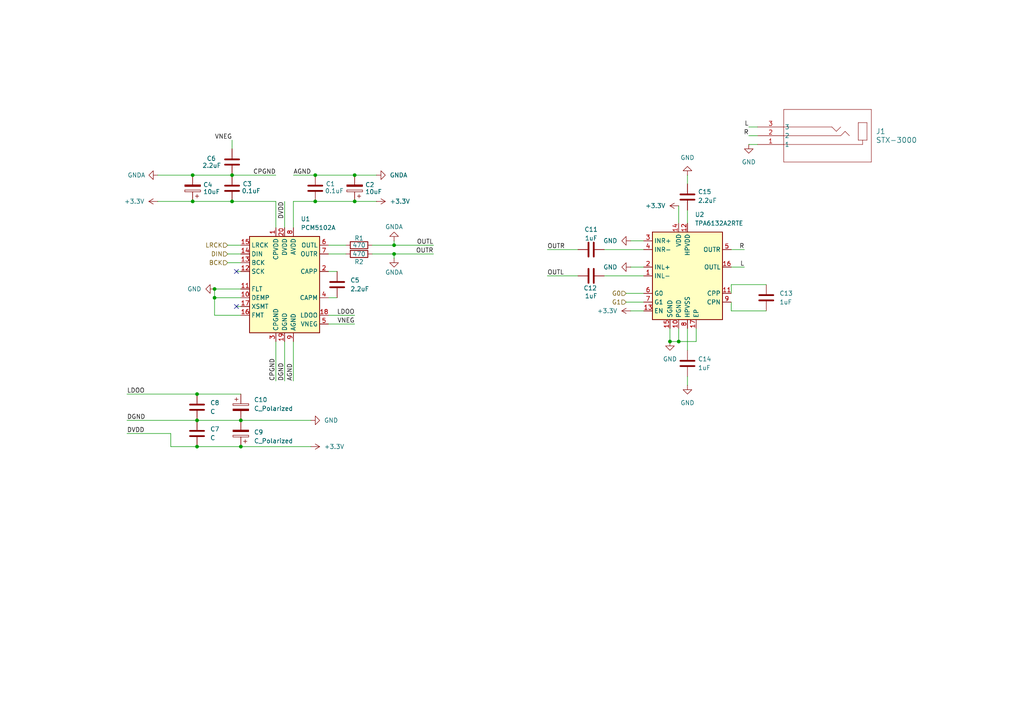
<source format=kicad_sch>
(kicad_sch (version 20250114) (generator "eeschema") (generator_version "9.0")
  (paper "A4")
  (lib_symbols
    (symbol "AUX_STX_3000:STX-3000" (pin_names (offset 0.254))
      (property "Reference" "J" (at -20.32 10.16 0))
      (property "Value" "STX-3000" (at -20.32 7.62 0))
      (symbol "STX-3000_0_1"
        (polyline (pts (xy -33.02 5.08) (xy -33.02 -10.16)) (stroke (width 0.127)))
        (polyline (pts (xy -33.02 -10.16) (xy -7.62 -10.16)) (stroke (width 0.127)))
        (polyline (pts (xy -31.75 -1.27) (xy -29.21 -1.27)) (stroke (width 0.127)))
        (polyline (pts (xy -31.75 -6.35) (xy -31.75 -1.27)) (stroke (width 0.127)))
        (polyline (pts (xy -30.48 0) (xy -30.48 -1.27)) (stroke (width 0.127)))
        (polyline (pts (xy -29.21 -1.27) (xy -29.21 -6.35)) (stroke (width 0.127)))
        (polyline (pts (xy -29.21 -6.35) (xy -31.75 -6.35)) (stroke (width 0.127)))
        (polyline (pts (xy -25.4 -3.81) (xy -26.67 -2.54)) (stroke (width 0.127)))
        (polyline (pts (xy -25.4 -3.81) (xy -24.13 -2.54)) (stroke (width 0.127)))
        (polyline (pts (xy -22.86 -3.81) (xy -24.13 -5.08)) (stroke (width 0.127)))
        (polyline (pts (xy -21.59 -5.08) (xy -22.86 -3.81)) (stroke (width 0.127)))
        (polyline (pts (xy -7.62 5.08) (xy -33.02 5.08)) (stroke (width 0.127)))
        (polyline (pts (xy -7.62 0) (xy -30.48 0)) (stroke (width 0.127)))
        (polyline (pts (xy -7.62 -2.54) (xy -24.13 -2.54)) (stroke (width 0.127)))
        (polyline (pts (xy -7.62 -5.08) (xy -21.59 -5.08)) (stroke (width 0.127)))
        (polyline (pts (xy -7.62 -10.16) (xy -7.62 5.08)) (stroke (width 0.127)))
        (pin unspecified line (at 0 0 180) (length 7.62) (name "1") (number "1"))
        (pin unspecified line (at 0 -2.54 180) (length 7.62) (name "2") (number "2"))
        (pin unspecified line (at 0 -5.08 180) (length 7.62) (name "3") (number "3"))
      )
    )
    (symbol "Amplifier_Audio:TPA6132A2RTE"
      (property "Reference" "U" (at -7.62 13.97 0))
      (property "Value" "TPA6132A2RTE" (at 8.89 13.97 0))
      (symbol "TPA6132A2RTE_0_1"
        (rectangle (start -10.16 12.7) (end 10.16 -12.7) (stroke (width 0.254)) (fill (type background)))
      )
      (symbol "TPA6132A2RTE_1_1"
        (pin input line (at -12.7 10.16 0) (length 2.54) (name "INR+") (number "3"))
        (pin input line (at -12.7 7.62 0) (length 2.54) (name "INR-") (number "4"))
        (pin input line (at -12.7 2.54 0) (length 2.54) (name "INL+") (number "2"))
        (pin input line (at -12.7 0 0) (length 2.54) (name "INL-") (number "1"))
        (pin input line (at -12.7 -5.08 0) (length 2.54) (name "G0") (number "6"))
        (pin input line (at -12.7 -7.62 0) (length 2.54) (name "G1") (number "7"))
        (pin input line (at -12.7 -10.16 0) (length 2.54) (name "EN") (number "13"))
        (pin power_in line (at -5.08 -15.24 90) (length 2.54) (name "SGND") (number "15"))
        (pin power_in line (at -2.54 15.24 270) (length 2.54) (name "VDD") (number "14"))
        (pin power_in line (at -2.54 -15.24 90) (length 2.54) (name "PGND") (number "10"))
        (pin power_in line (at 0 15.24 270) (length 2.54) (name "HPVDD") (number "12"))
        (pin power_in line (at 0 -15.24 90) (length 2.54) (name "HPVSS") (number "8"))
        (pin passive line (at 2.54 -15.24 90) (length 2.54) (name "EP") (number "17"))
        (pin output line (at 12.7 7.62 180) (length 2.54) (name "OUTR") (number "5"))
        (pin output line (at 12.7 2.54 180) (length 2.54) (name "OUTL") (number "16"))
        (pin passive line (at 12.7 -5.08 180) (length 2.54) (name "CPP") (number "11"))
        (pin passive line (at 12.7 -7.62 180) (length 2.54) (name "CPN") (number "9"))
      )
    )
    (symbol "Audio:PCM5102A"
      (property "Reference" "U" (at -10.16 13.97 0))
      (property "Value" "PCM5102A" (at 3.81 13.97 0))
      (symbol "PCM5102A_0_1"
        (rectangle (start -10.16 12.7) (end 10.16 -15.24) (stroke (width 0.254)) (fill (type background)))
      )
      (symbol "PCM5102A_1_1"
        (pin input line (at -12.7 10.16 0) (length 2.54) (name "LRCK") (number "15"))
        (pin input line (at -12.7 7.62 0) (length 2.54) (name "DIN") (number "14"))
        (pin input line (at -12.7 5.08 0) (length 2.54) (name "BCK") (number "13"))
        (pin input line (at -12.7 2.54 0) (length 2.54) (name "SCK") (number "12"))
        (pin input line (at -12.7 -2.54 0) (length 2.54) (name "FLT") (number "11"))
        (pin input line (at -12.7 -5.08 0) (length 2.54) (name "DEMP") (number "10"))
        (pin input line (at -12.7 -7.62 0) (length 2.54) (name "XSMT") (number "17"))
        (pin input line (at -12.7 -10.16 0) (length 2.54) (name "FMT") (number "16"))
        (pin passive line (at -2.54 15.24 270) (length 2.54) (name "CPVDD") (number "1"))
        (pin power_in line (at -2.54 -17.78 90) (length 2.54) (name "CPGND") (number "3"))
        (pin power_in line (at 0 15.24 270) (length 2.54) (name "DVDD") (number "20"))
        (pin power_in line (at 0 -17.78 90) (length 2.54) (name "DGND") (number "19"))
        (pin power_in line (at 2.54 15.24 270) (length 2.54) (name "AVDD") (number "8"))
        (pin power_in line (at 2.54 -17.78 90) (length 2.54) (name "AGND") (number "9"))
        (pin output line (at 12.7 10.16 180) (length 2.54) (name "OUTL") (number "6"))
        (pin output line (at 12.7 7.62 180) (length 2.54) (name "OUTR") (number "7"))
        (pin passive line (at 12.7 2.54 180) (length 2.54) (name "CAPP") (number "2"))
        (pin passive line (at 12.7 -5.08 180) (length 2.54) (name "CAPM") (number "4"))
        (pin passive line (at 12.7 -10.16 180) (length 2.54) (name "LDOO") (number "18"))
        (pin passive line (at 12.7 -12.7 180) (length 2.54) (name "VNEG") (number "5"))
      )
    )
    (symbol "Device:C" (pin_numbers (hide yes)) (pin_names (offset 0.254))
      (property "Reference" "C" (at 0.635 2.54 0))
      (property "Value" "C" (at 0.635 -2.54 0))
      (symbol "C_0_1"
        (polyline (pts (xy -2.032 0.762) (xy 2.032 0.762)) (stroke (width 0.508)))
        (polyline (pts (xy -2.032 -0.762) (xy 2.032 -0.762)) (stroke (width 0.508)))
      )
      (symbol "C_1_1"
        (pin passive line (at 0 3.81 270) (length 2.794) (name "~") (number "1"))
        (pin passive line (at 0 -3.81 90) (length 2.794) (name "~") (number "2"))
      )
    )
    (symbol "Device:C_Polarized" (pin_numbers (hide yes)) (pin_names (offset 0.254))
      (property "Reference" "C" (at 0.635 2.54 0))
      (property "Value" "C_Polarized" (at 0.635 -2.54 0))
      (symbol "C_Polarized_0_1"
        (rectangle (start -2.286 0.508) (end 2.286 1.016))
        (polyline (pts (xy -1.778 2.286) (xy -0.762 2.286)))
        (polyline (pts (xy -1.27 2.794) (xy -1.27 1.778)))
        (rectangle (start 2.286 -0.508) (end -2.286 -1.016) (fill (type outline)))
      )
      (symbol "C_Polarized_1_1"
        (pin passive line (at 0 3.81 270) (length 2.794) (name "~") (number "1"))
        (pin passive line (at 0 -3.81 90) (length 2.794) (name "~") (number "2"))
      )
    )
    (symbol "Device:R" (pin_numbers (hide yes)) (pin_names (offset 0))
      (property "Reference" "R" (at 2.032 0 90))
      (property "Value" "R" (at 0 0 90))
      (symbol "R_0_1"
        (rectangle (start -1.016 -2.54) (end 1.016 2.54) (stroke (width 0.254)))
      )
      (symbol "R_1_1"
        (pin passive line (at 0 3.81 270) (length 1.27) (name "~") (number "1"))
        (pin passive line (at 0 -3.81 90) (length 1.27) (name "~") (number "2"))
      )
    )
    (symbol "power:+3.3V" (power) (pin_numbers (hide yes)) (pin_names (offset 0) (hide yes))
      (property "Value" "+3.3V" (at 0 3.556 0))
      (symbol "+3.3V_0_1"
        (polyline (pts (xy -0.762 1.27) (xy 0 2.54)))
        (polyline (pts (xy 0 2.54) (xy 0.762 1.27)))
        (polyline (pts (xy 0 0) (xy 0 2.54)))
      )
      (symbol "+3.3V_1_1"
        (pin power_in line (at 0 0 90) (length 0) (name "~") (number "1"))
      )
    )
    (symbol "power:GND" (power) (pin_numbers (hide yes)) (pin_names (offset 0) (hide yes))
      (property "Value" "GND" (at 0 -3.81 0))
      (symbol "GND_0_1"
        (polyline (pts (xy 0 0) (xy 0 -1.27) (xy 1.27 -1.27) (xy 0 -2.54) (xy -1.27 -1.27) (xy 0 -1.27)))
      )
      (symbol "GND_1_1"
        (pin power_in line (at 0 0 270) (length 0) (name "~") (number "1"))
      )
    )
    (symbol "power:GNDA" (power) (pin_numbers (hide yes)) (pin_names (offset 0) (hide yes))
      (property "Value" "GNDA" (at 0 -3.81 0))
      (symbol "GNDA_0_1"
        (polyline (pts (xy 0 0) (xy 0 -1.27) (xy 1.27 -1.27) (xy 0 -2.54) (xy -1.27 -1.27) (xy 0 -1.27)))
      )
      (symbol "GNDA_1_1"
        (pin power_in line (at 0 0 270) (length 0) (name "~") (number "1"))
      )
    )
  )
  (junction (at 62.23 83.82))
  (junction (at 67.31 50.8))
  (junction (at 57.15 114.3))
  (junction (at 196.85 99.06))
  (junction (at 57.15 121.92))
  (junction (at 114.3 71.12))
  (junction (at 91.44 58.42))
  (junction (at 62.23 86.36))
  (junction (at 102.87 58.42))
  (junction (at 69.85 129.54))
  (junction (at 114.3 73.66))
  (junction (at 194.31 99.06))
  (junction (at 57.15 129.54))
  (junction (at 55.88 50.8))
  (junction (at 69.85 121.92))
  (junction (at 91.44 50.8))
  (junction (at 67.31 58.42))
  (junction (at 55.88 58.42))
  (junction (at 102.87 50.8))
  (no_connect (at 68.58 78.74))
  (no_connect (at 68.58 88.9))
  (wire (pts (xy 91.44 50.8) (xy 102.87 50.8)))
  (wire (pts (xy 85.09 58.42) (xy 85.09 66.04)))
  (wire (pts (xy 80.01 99.06) (xy 80.01 110.49)))
  (wire (pts (xy 199.39 95.25) (xy 199.39 101.6)))
  (wire (pts (xy 212.09 87.63) (xy 212.09 90.17)))
  (wire (pts (xy 85.09 50.8) (xy 91.44 50.8)))
  (wire (pts (xy 95.25 78.74) (xy 97.79 78.74)))
  (wire (pts (xy 212.09 77.47) (xy 215.9 77.47)))
  (wire (pts (xy 68.58 78.74) (xy 69.85 78.74)))
  (wire (pts (xy 95.25 73.66) (xy 100.33 73.66)))
  (wire (pts (xy 196.85 99.06) (xy 201.93 99.06)))
  (wire (pts (xy 182.88 69.85) (xy 186.69 69.85)))
  (wire (pts (xy 82.55 58.42) (xy 82.55 66.04)))
  (wire (pts (xy 69.85 121.92) (xy 90.17 121.92)))
  (wire (pts (xy 57.15 121.92) (xy 69.85 121.92)))
  (wire (pts (xy 49.53 129.54) (xy 57.15 129.54)))
  (wire (pts (xy 114.3 73.66) (xy 125.73 73.66)))
  (wire (pts (xy 67.31 40.64) (xy 67.31 43.18)))
  (wire (pts (xy 158.75 72.39) (xy 167.64 72.39)))
  (wire (pts (xy 95.25 91.44) (xy 102.87 91.44)))
  (wire (pts (xy 91.44 58.42) (xy 102.87 58.42)))
  (wire (pts (xy 55.88 50.8) (xy 67.31 50.8)))
  (wire (pts (xy 57.15 114.3) (xy 69.85 114.3)))
  (wire (pts (xy 212.09 90.17) (xy 222.25 90.17)))
  (wire (pts (xy 107.95 71.12) (xy 114.3 71.12)))
  (wire (pts (xy 66.04 73.66) (xy 69.85 73.66)))
  (wire (pts (xy 199.39 109.22) (xy 199.39 111.76)))
  (wire (pts (xy 182.88 77.47) (xy 186.69 77.47)))
  (wire (pts (xy 55.88 58.42) (xy 67.31 58.42)))
  (wire (pts (xy 36.83 125.73) (xy 49.53 125.73)))
  (wire (pts (xy 194.31 99.06) (xy 196.85 99.06)))
  (wire (pts (xy 217.17 36.83) (xy 219.71 36.83)))
  (wire (pts (xy 201.93 95.25) (xy 201.93 99.06)))
  (wire (pts (xy 57.15 129.54) (xy 69.85 129.54)))
  (wire (pts (xy 69.85 86.36) (xy 62.23 86.36)))
  (wire (pts (xy 80.01 66.04) (xy 80.01 58.42)))
  (wire (pts (xy 66.04 76.2) (xy 69.85 76.2)))
  (wire (pts (xy 69.85 91.44) (xy 62.23 91.44)))
  (wire (pts (xy 107.95 73.66) (xy 114.3 73.66)))
  (wire (pts (xy 68.58 88.9) (xy 69.85 88.9)))
  (wire (pts (xy 109.22 58.42) (xy 102.87 58.42)))
  (wire (pts (xy 182.88 90.17) (xy 186.69 90.17)))
  (wire (pts (xy 67.31 50.8) (xy 80.01 50.8)))
  (wire (pts (xy 217.17 39.37) (xy 219.71 39.37)))
  (wire (pts (xy 194.31 95.25) (xy 194.31 99.06)))
  (wire (pts (xy 114.3 74.93) (xy 114.3 73.66)))
  (wire (pts (xy 175.26 80.01) (xy 186.69 80.01)))
  (wire (pts (xy 91.44 58.42) (xy 85.09 58.42)))
  (wire (pts (xy 217.17 41.91) (xy 219.71 41.91)))
  (wire (pts (xy 199.39 60.96) (xy 199.39 64.77)))
  (wire (pts (xy 181.61 87.63) (xy 186.69 87.63)))
  (wire (pts (xy 196.85 59.69) (xy 196.85 64.77)))
  (wire (pts (xy 95.25 93.98) (xy 102.87 93.98)))
  (wire (pts (xy 95.25 86.36) (xy 97.79 86.36)))
  (wire (pts (xy 69.85 129.54) (xy 90.17 129.54)))
  (wire (pts (xy 36.83 114.3) (xy 57.15 114.3)))
  (wire (pts (xy 114.3 69.85) (xy 114.3 71.12)))
  (wire (pts (xy 82.55 99.06) (xy 82.55 110.49)))
  (wire (pts (xy 212.09 72.39) (xy 215.9 72.39)))
  (wire (pts (xy 95.25 71.12) (xy 100.33 71.12)))
  (wire (pts (xy 62.23 86.36) (xy 62.23 83.82)))
  (wire (pts (xy 62.23 83.82) (xy 69.85 83.82)))
  (wire (pts (xy 196.85 95.25) (xy 196.85 99.06)))
  (wire (pts (xy 45.72 58.42) (xy 55.88 58.42)))
  (wire (pts (xy 181.61 85.09) (xy 186.69 85.09)))
  (wire (pts (xy 85.09 99.06) (xy 85.09 110.49)))
  (wire (pts (xy 67.31 58.42) (xy 80.01 58.42)))
  (wire (pts (xy 45.72 50.8) (xy 55.88 50.8)))
  (wire (pts (xy 212.09 82.55) (xy 212.09 85.09)))
  (wire (pts (xy 62.23 91.44) (xy 62.23 86.36)))
  (wire (pts (xy 175.26 72.39) (xy 186.69 72.39)))
  (wire (pts (xy 66.04 71.12) (xy 69.85 71.12)))
  (wire (pts (xy 158.75 80.01) (xy 167.64 80.01)))
  (wire (pts (xy 199.39 50.8) (xy 199.39 53.34)))
  (wire (pts (xy 102.87 50.8) (xy 109.22 50.8)))
  (wire (pts (xy 222.25 82.55) (xy 212.09 82.55)))
  (wire (pts (xy 36.83 121.92) (xy 57.15 121.92)))
  (wire (pts (xy 114.3 71.12) (xy 125.73 71.12)))
  (wire (pts (xy 49.53 125.73) (xy 49.53 129.54)))
  (label "OUTL" (at 125.73 71.12 180))
  (label "OUTR" (at 158.75 72.39 0))
  (label "LDOO" (at 102.87 91.44 180))
  (label "VNEG" (at 102.87 93.98 180))
  (label "L" (at 215.9 77.47 180))
  (label "L" (at 217.17 36.83 180))
  (label "OUTL" (at 158.75 80.01 0))
  (label "DGND" (at 36.83 121.92 0))
  (label "CPGND" (at 80.01 110.49 90))
  (label "AGND" (at 85.09 110.49 90))
  (label "R" (at 215.9 72.39 180))
  (label "LDOO" (at 36.83 114.3 0))
  (label "OUTR" (at 125.73 73.66 180))
  (label "AGND" (at 85.09 50.8 0))
  (label "DGND" (at 82.55 110.49 90))
  (label "R" (at 217.17 39.37 180))
  (label "DVDD" (at 82.55 58.42 270))
  (label "DVDD" (at 36.83 125.73 0))
  (label "VNEG" (at 67.31 40.64 180))
  (label "CPGND" (at 80.01 50.8 180))
  (hierarchical_label "G1" (shape input) (at 181.61 87.63 180))
  (hierarchical_label "DIN" (shape input) (at 66.04 73.66 180))
  (hierarchical_label "BCK" (shape input) (at 66.04 76.2 180))
  (hierarchical_label "G0" (shape input) (at 181.61 85.09 180))
  (hierarchical_label "LRCK" (shape input) (at 66.04 71.12 180))
  (symbol (lib_id "Amplifier_Audio:TPA6132A2RTE") (at 199.39 80.01 0) (unit 1)
    (property "Reference" "U2" (at 201.5333 62.23 0) (effects (justify left)))
    (property "Value" "TPA6132A2RTE" (at 201.5333 64.77 0) (effects (justify left)))
    (property "Footprint" "Package_DFN_QFN:WQFN-16-1EP_3x3mm_P0.5mm_EP1.6x1.6mm_ThermalVias" (effects (hide yes)))
    (property "Datasheet" "https://www.ti.com/lit/ds/symlink/tpa6132a2.pdf" (effects (hide yes)))
    (property "Description" "25mW, Stereo, DirectPath Audio Amplifier, WQFN-16" (effects (hide yes)))
  )
  (symbol (lib_id "Device:C_Polarized") (at 69.85 125.73 180) (unit 1)
    (property "Reference" "C9" (at 73.66 125.3489 0) (effects (justify right)))
    (property "Value" "C_Polarized" (at 73.66 127.8889 0) (effects (justify right)))
    (property "Description" "Polarized capacitor" (effects (hide yes)))
  )
  (symbol (lib_id "power:GND") (at 194.31 99.06 0) (unit 1)
    (property "Reference" "#PWR012" (effects (hide yes)))
    (property "Value" "GND" (at 194.31 104.14 0))
    (property "Description" "Power symbol creates a global label with name \"GND\" , ground" (effects (hide yes)))
  )
  (symbol (lib_id "power:+3.3V") (at 90.17 129.54 270) (unit 1)
    (property "Reference" "#PWR09" (effects (hide yes)))
    (property "Value" "+3.3V" (at 93.98 129.5399 90) (effects (justify left)))
    (property "Description" "Power symbol creates a global label with name \"+3.3V\"" (effects (hide yes)))
  )
  (symbol (lib_id "power:+3.3V") (at 182.88 90.17 90) (unit 1)
    (property "Reference" "#PWR016" (effects (hide yes)))
    (property "Value" "+3.3V" (at 179.07 90.1699 90) (effects (justify left)))
    (property "Description" "Power symbol creates a global label with name \"+3.3V\"" (effects (hide yes)))
  )
  (symbol (lib_id "AUX_STX_3000:STX-3000") (at 219.71 41.91 180) (unit 1)
    (property "Reference" "J1" (at 254 38.0999 0) (effects (font (size 1.524 1.524)) (justify right)))
    (property "Value" "STX-3000" (at 254 40.6399 0) (effects (font (size 1.524 1.524)) (justify right)))
    (property "Footprint" "STX-3000_KYC" (effects (hide yes)))
    (property "Datasheet" "STX-3000" (effects (hide yes)))
  )
  (symbol (lib_id "Audio:PCM5102A") (at 82.55 81.28 0) (unit 1)
    (property "Reference" "U1" (at 87.2333 63.5 0) (effects (justify left)))
    (property "Value" "PCM5102A" (at 87.2333 66.04 0) (effects (justify left)))
    (property "Footprint" "Package_SO:TSSOP-20_4.4x6.5mm_P0.65mm" (effects (hide yes)))
    (property "Datasheet" "https://www.ti.com/lit/ds/symlink/pcm5102a.pdf" (effects (hide yes)))
    (property "Description" "2.1 VRMS, 112dB Audio Stereo DAC with PLL and 32-bit, 384kHz PCM Interface, TSSOP-20" (effects (hide yes)))
  )
  (symbol (lib_id "power:+3.3V") (at 109.22 58.42 270) (unit 1)
    (property "Reference" "#PWR010" (effects (hide yes)))
    (property "Value" "+3.3V" (at 113.03 58.4199 90) (effects (justify left)))
    (property "Description" "Power symbol creates a global label with name \"+3.3V\"" (effects (hide yes)))
  )
  (symbol (lib_id "power:GNDA") (at 45.72 50.8 270) (unit 1)
    (property "Reference" "#PWR06" (effects (hide yes)))
    (property "Value" "GNDA" (at 42.164 50.8 90) (effects (justify right)))
    (property "Description" "Power symbol creates a global label with name \"GNDA\" , analog ground" (effects (hide yes)))
  )
  (symbol (lib_id "Device:C") (at 222.25 86.36 0) (unit 1)
    (property "Reference" "C13" (at 226.06 85.0899 0) (effects (justify left)))
    (property "Value" "1uF" (at 226.06 87.6299 0) (effects (justify left)))
    (property "Description" "Unpolarized capacitor" (effects (hide yes)))
  )
  (symbol (lib_id "Device:C") (at 97.79 82.55 0) (unit 1)
    (property "Reference" "C5" (at 101.6 81.2799 0) (effects (justify left)))
    (property "Value" "2.2uF" (at 101.6 83.8199 0) (effects (justify left)))
    (property "Description" "Unpolarized capacitor" (effects (hide yes)))
  )
  (symbol (lib_id "power:GND") (at 62.23 83.82 270) (unit 1)
    (property "Reference" "#PWR01" (effects (hide yes)))
    (property "Value" "GND" (at 58.42 83.8199 90) (effects (justify right)))
    (property "Description" "Power symbol creates a global label with name \"GND\" , ground" (effects (hide yes)))
  )
  (symbol (lib_id "power:GND") (at 217.17 41.91 0) (unit 1)
    (property "Reference" "#PWR015" (effects (hide yes)))
    (property "Value" "GND" (at 217.17 46.99 0))
    (property "Description" "Power symbol creates a global label with name \"GND\" , ground" (effects (hide yes)))
  )
  (symbol (lib_id "Device:R") (at 104.14 73.66 270) (unit 1)
    (property "Reference" "R2" (at 104.14 75.946 90))
    (property "Value" "470" (at 104.14 73.66 90))
    (property "Description" "Resistor" (effects (hide yes)))
  )
  (symbol (lib_id "Device:C") (at 91.44 54.61 0) (unit 1)
    (property "Reference" "C1" (at 94.488 53.34 0) (effects (justify left)))
    (property "Value" "0.1uF" (at 94.234 55.372 0) (effects (justify left)))
    (property "Description" "Unpolarized capacitor" (effects (hide yes)))
  )
  (symbol (lib_id "Device:C") (at 57.15 125.73 0) (unit 1)
    (property "Reference" "C7" (at 60.96 124.4599 0) (effects (justify left)))
    (property "Value" "C" (at 60.96 126.9999 0) (effects (justify left)))
    (property "Description" "Unpolarized capacitor" (effects (hide yes)))
  )
  (symbol (lib_id "Device:R") (at 104.14 71.12 270) (unit 1)
    (property "Reference" "R1" (at 104.14 69.088 90))
    (property "Value" "470" (at 104.14 71.12 90))
    (property "Description" "Resistor" (effects (hide yes)))
  )
  (symbol (lib_id "Device:C") (at 171.45 72.39 90) (unit 1)
    (property "Reference" "C11" (at 171.45 66.548 90))
    (property "Value" "1uF" (at 171.45 69.088 90))
    (property "Description" "Unpolarized capacitor" (effects (hide yes)))
  )
  (symbol (lib_id "power:GND") (at 182.88 77.47 270) (unit 1)
    (property "Reference" "#PWR011" (effects (hide yes)))
    (property "Value" "GND" (at 179.07 77.4699 90) (effects (justify right)))
    (property "Description" "Power symbol creates a global label with name \"GND\" , ground" (effects (hide yes)))
  )
  (symbol (lib_id "power:+3.3V") (at 45.72 58.42 90) (unit 1)
    (property "Reference" "#PWR05" (effects (hide yes)))
    (property "Value" "+3.3V" (at 41.91 58.4199 90) (effects (justify left)))
    (property "Description" "Power symbol creates a global label with name \"+3.3V\"" (effects (hide yes)))
  )
  (symbol (lib_id "power:GND") (at 199.39 50.8 180) (unit 1)
    (property "Reference" "#PWR014" (effects (hide yes)))
    (property "Value" "GND" (at 199.39 45.72 0))
    (property "Description" "Power symbol creates a global label with name \"GND\" , ground" (effects (hide yes)))
  )
  (symbol (lib_id "power:GNDA") (at 109.22 50.8 90) (unit 1)
    (property "Reference" "#PWR04" (effects (hide yes)))
    (property "Value" "GNDA" (at 113.03 50.7999 90) (effects (justify right)))
    (property "Description" "Power symbol creates a global label with name \"GNDA\" , analog ground" (effects (hide yes)))
  )
  (symbol (lib_id "Device:C_Polarized") (at 102.87 54.61 180) (unit 1)
    (property "Reference" "C2" (at 105.918 53.594 0) (effects (justify right)))
    (property "Value" "10uF" (at 105.918 55.626 0) (effects (justify right)))
    (property "Description" "Polarized capacitor" (effects (hide yes)))
  )
  (symbol (lib_id "power:GND") (at 182.88 69.85 270) (unit 1)
    (property "Reference" "#PWR07" (effects (hide yes)))
    (property "Value" "GND" (at 179.07 69.8499 90) (effects (justify right)))
    (property "Description" "Power symbol creates a global label with name \"GND\" , ground" (effects (hide yes)))
  )
  (symbol (lib_id "power:GNDA") (at 114.3 74.93 0) (unit 1)
    (property "Reference" "#PWR03" (effects (hide yes)))
    (property "Value" "GNDA" (at 114.3 78.994 0))
    (property "Description" "Power symbol creates a global label with name \"GNDA\" , analog ground" (effects (hide yes)))
  )
  (symbol (lib_id "Device:C") (at 199.39 57.15 0) (unit 1)
    (property "Reference" "C15" (at 202.438 55.626 0) (effects (justify left)))
    (property "Value" "2.2uF" (at 202.438 58.166 0) (effects (justify left)))
    (property "Description" "Unpolarized capacitor" (effects (hide yes)))
  )
  (symbol (lib_id "Device:C_Polarized") (at 69.85 118.11 0) (unit 1)
    (property "Reference" "C10" (at 73.66 115.9509 0) (effects (justify left)))
    (property "Value" "C_Polarized" (at 73.66 118.4909 0) (effects (justify left)))
    (property "Description" "Polarized capacitor" (effects (hide yes)))
  )
  (symbol (lib_id "power:+3.3V") (at 196.85 59.69 90) (unit 1)
    (property "Reference" "#PWR017" (effects (hide yes)))
    (property "Value" "+3.3V" (at 193.04 59.6899 90) (effects (justify left)))
    (property "Description" "Power symbol creates a global label with name \"+3.3V\"" (effects (hide yes)))
  )
  (symbol (lib_id "power:GNDA") (at 114.3 69.85 180) (unit 1)
    (property "Reference" "#PWR02" (effects (hide yes)))
    (property "Value" "GNDA" (at 114.3 65.786 0))
    (property "Description" "Power symbol creates a global label with name \"GNDA\" , analog ground" (effects (hide yes)))
  )
  (symbol (lib_id "Device:C") (at 57.15 118.11 0) (unit 1)
    (property "Reference" "C8" (at 60.96 116.8399 0) (effects (justify left)))
    (property "Value" "C" (at 60.96 119.3799 0) (effects (justify left)))
    (property "Description" "Unpolarized capacitor" (effects (hide yes)))
  )
  (symbol (lib_id "power:GND") (at 90.17 121.92 90) (unit 1)
    (property "Reference" "#PWR08" (effects (hide yes)))
    (property "Value" "GND" (at 93.98 121.9199 90) (effects (justify right)))
    (property "Description" "Power symbol creates a global label with name \"GND\" , ground" (effects (hide yes)))
  )
  (symbol (lib_id "Device:C") (at 67.31 54.61 0) (unit 1)
    (property "Reference" "C3" (at 70.358 53.34 0) (effects (justify left)))
    (property "Value" "0.1uF" (at 70.104 55.372 0) (effects (justify left)))
    (property "Description" "Unpolarized capacitor" (effects (hide yes)))
  )
  (symbol (lib_id "Device:C") (at 67.31 46.99 0) (unit 1)
    (property "Reference" "C6" (at 59.944 45.974 0) (effects (justify left)))
    (property "Value" "2.2uF" (at 58.674 48.006 0) (effects (justify left)))
    (property "Description" "Unpolarized capacitor" (effects (hide yes)))
  )
  (symbol (lib_id "power:GND") (at 199.39 111.76 0) (unit 1)
    (property "Reference" "#PWR013" (effects (hide yes)))
    (property "Value" "GND" (at 199.39 116.84 0))
    (property "Description" "Power symbol creates a global label with name \"GND\" , ground" (effects (hide yes)))
  )
  (symbol (lib_id "Device:C_Polarized") (at 55.88 54.61 180) (unit 1)
    (property "Reference" "C4" (at 58.928 53.594 0) (effects (justify right)))
    (property "Value" "10uF" (at 58.928 55.626 0) (effects (justify right)))
    (property "Description" "Polarized capacitor" (effects (hide yes)))
  )
  (symbol (lib_id "Device:C") (at 199.39 105.41 0) (unit 1)
    (property "Reference" "C14" (at 202.438 104.14 0) (effects (justify left)))
    (property "Value" "1uF" (at 202.438 106.68 0) (effects (justify left)))
    (property "Description" "Unpolarized capacitor" (effects (hide yes)))
  )
  (symbol (lib_id "Device:C") (at 171.45 80.01 90) (unit 1)
    (property "Reference" "C12" (at 171.196 83.566 90))
    (property "Value" "1uF" (at 171.45 85.852 90))
    (property "Description" "Unpolarized capacitor" (effects (hide yes)))
  )
)
</source>
